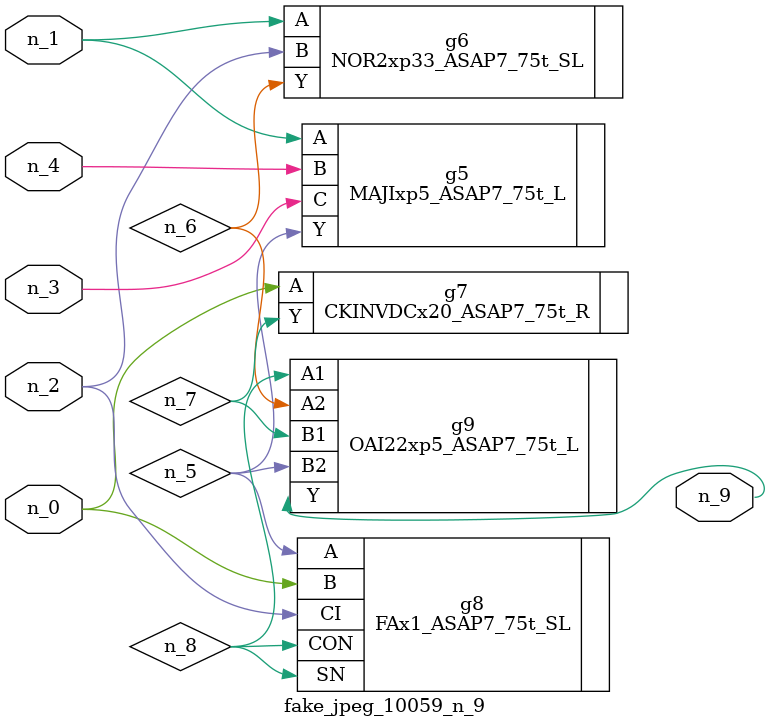
<source format=v>
module fake_jpeg_10059_n_9 (n_3, n_2, n_1, n_0, n_4, n_9);

input n_3;
input n_2;
input n_1;
input n_0;
input n_4;

output n_9;

wire n_8;
wire n_6;
wire n_5;
wire n_7;

MAJIxp5_ASAP7_75t_L g5 ( 
.A(n_1),
.B(n_4),
.C(n_3),
.Y(n_5)
);

NOR2xp33_ASAP7_75t_SL g6 ( 
.A(n_1),
.B(n_2),
.Y(n_6)
);

CKINVDCx20_ASAP7_75t_R g7 ( 
.A(n_0),
.Y(n_7)
);

FAx1_ASAP7_75t_SL g8 ( 
.A(n_5),
.B(n_0),
.CI(n_2),
.CON(n_8),
.SN(n_8)
);

OAI22xp5_ASAP7_75t_L g9 ( 
.A1(n_8),
.A2(n_6),
.B1(n_7),
.B2(n_5),
.Y(n_9)
);


endmodule
</source>
